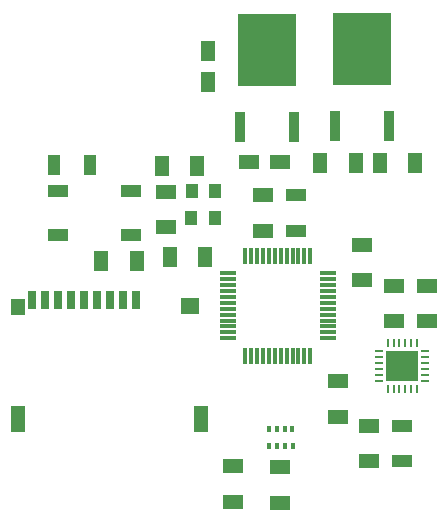
<source format=gtp>
G04*
G04 #@! TF.GenerationSoftware,Altium Limited,Altium Designer,20.2.7 (254)*
G04*
G04 Layer_Color=8421504*
%FSLAX44Y44*%
%MOMM*%
G71*
G04*
G04 #@! TF.SameCoordinates,BAD59D02-7682-4231-AD5D-2D7AA58F7FA9*
G04*
G04*
G04 #@! TF.FilePolarity,Positive*
G04*
G01*
G75*
%ADD15R,1.1500X1.8000*%
%ADD16R,0.3000X1.4500*%
%ADD17R,1.4500X0.3000*%
%ADD18R,1.1000X1.3000*%
%ADD19R,0.9500X2.6000*%
%ADD20R,4.9000X6.2000*%
%ADD21R,1.6000X1.4000*%
%ADD22R,1.2000X2.2000*%
%ADD23R,1.2000X1.4000*%
%ADD24R,0.7000X1.6000*%
%ADD25R,1.8000X1.1000*%
%ADD26R,1.8000X1.1500*%
%ADD27R,1.8000X1.0000*%
%ADD28R,1.0000X1.8000*%
%ADD29R,1.8000X1.2300*%
%ADD30R,1.2300X1.8000*%
%ADD31R,0.3500X0.5000*%
%ADD32R,0.8000X0.2500*%
%ADD33R,0.2500X0.8000*%
%ADD34R,2.7000X2.6000*%
D15*
X138250Y313750D02*
D03*
X168250D02*
D03*
X323000Y316500D02*
D03*
X353000D02*
D03*
X87000Y233500D02*
D03*
X117000D02*
D03*
X175000Y236500D02*
D03*
X145000D02*
D03*
X302500Y316250D02*
D03*
X272500D02*
D03*
D16*
X209000Y237500D02*
D03*
X214000D02*
D03*
X219000D02*
D03*
X224000D02*
D03*
X229000D02*
D03*
X234000D02*
D03*
X239000D02*
D03*
X244000D02*
D03*
X249000D02*
D03*
X254000D02*
D03*
X259000D02*
D03*
X264000D02*
D03*
Y153000D02*
D03*
X259000D02*
D03*
X254000D02*
D03*
X249000D02*
D03*
X244000D02*
D03*
X239000D02*
D03*
X234000D02*
D03*
X229000D02*
D03*
X224000D02*
D03*
X219000D02*
D03*
X214000D02*
D03*
X209000D02*
D03*
D17*
X278750Y222750D02*
D03*
Y217750D02*
D03*
Y212750D02*
D03*
Y207750D02*
D03*
Y202750D02*
D03*
Y197750D02*
D03*
Y192750D02*
D03*
Y187750D02*
D03*
Y182750D02*
D03*
Y177750D02*
D03*
Y172750D02*
D03*
Y167750D02*
D03*
X194250D02*
D03*
Y172750D02*
D03*
Y177750D02*
D03*
Y182750D02*
D03*
Y187750D02*
D03*
Y192750D02*
D03*
Y197750D02*
D03*
Y202750D02*
D03*
Y207750D02*
D03*
Y212750D02*
D03*
Y217750D02*
D03*
Y222750D02*
D03*
D18*
X163100Y269220D02*
D03*
X164103Y292062D02*
D03*
X183174Y269217D02*
D03*
X183011Y292108D02*
D03*
D19*
X204200Y347000D02*
D03*
X249800D02*
D03*
X330850Y347500D02*
D03*
X285250D02*
D03*
D20*
X227000Y412000D02*
D03*
X308050Y412500D02*
D03*
D21*
X162340Y195252D02*
D03*
D22*
X171340Y99253D02*
D03*
X16340Y99253D02*
D03*
D23*
Y194252D02*
D03*
D24*
X28340Y200252D02*
D03*
X39340D02*
D03*
X50340D02*
D03*
X61340D02*
D03*
X72340D02*
D03*
X83340D02*
D03*
X94340D02*
D03*
X105340D02*
D03*
X116340D02*
D03*
D25*
X50000Y292250D02*
D03*
X112000D02*
D03*
Y255250D02*
D03*
X50000D02*
D03*
D26*
X308000Y246750D02*
D03*
Y216750D02*
D03*
X224250Y259000D02*
D03*
Y289000D02*
D03*
X287250Y101250D02*
D03*
Y131250D02*
D03*
X362750Y212250D02*
D03*
Y182250D02*
D03*
X335250Y212000D02*
D03*
Y182000D02*
D03*
X238000Y28500D02*
D03*
Y58500D02*
D03*
X198500Y29250D02*
D03*
Y59250D02*
D03*
X314000Y63500D02*
D03*
Y93500D02*
D03*
X142250Y291750D02*
D03*
Y261750D02*
D03*
D27*
X341608Y63538D02*
D03*
Y93538D02*
D03*
X251892Y258962D02*
D03*
Y288962D02*
D03*
D28*
X47288Y314392D02*
D03*
X77288D02*
D03*
D29*
X238400Y316756D02*
D03*
D03*
X212201D02*
D03*
D30*
X177244Y410900D02*
D03*
D03*
Y384701D02*
D03*
D31*
X242250Y76250D02*
D03*
X235750D02*
D03*
X229250Y90750D02*
D03*
X235750D02*
D03*
X242250D02*
D03*
X248750D02*
D03*
X249000Y76500D02*
D03*
X229250Y76250D02*
D03*
D32*
X361500Y132000D02*
D03*
Y137000D02*
D03*
Y142000D02*
D03*
Y147000D02*
D03*
Y152000D02*
D03*
Y157000D02*
D03*
X322500D02*
D03*
Y152000D02*
D03*
Y147000D02*
D03*
Y142000D02*
D03*
Y137000D02*
D03*
Y132000D02*
D03*
D33*
X354500Y164000D02*
D03*
X349500D02*
D03*
X344500D02*
D03*
X339500D02*
D03*
X334500D02*
D03*
X329500D02*
D03*
Y125000D02*
D03*
X334500D02*
D03*
X339500D02*
D03*
X344500D02*
D03*
X349500D02*
D03*
X354500D02*
D03*
D34*
X342000Y144500D02*
D03*
M02*

</source>
